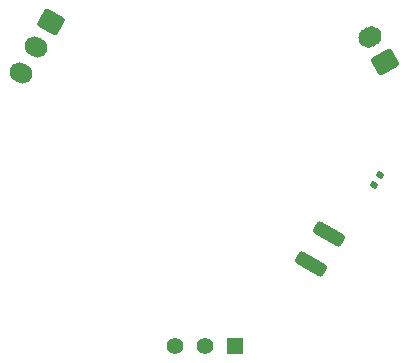
<source format=gbr>
%TF.GenerationSoftware,KiCad,Pcbnew,(6.0.8-1)-1*%
%TF.CreationDate,2022-11-15T12:33:48-05:00*%
%TF.ProjectId,Untitled,556e7469-746c-4656-942e-6b696361645f,rev?*%
%TF.SameCoordinates,Original*%
%TF.FileFunction,Soldermask,Bot*%
%TF.FilePolarity,Negative*%
%FSLAX46Y46*%
G04 Gerber Fmt 4.6, Leading zero omitted, Abs format (unit mm)*
G04 Created by KiCad (PCBNEW (6.0.8-1)-1) date 2022-11-15 12:33:48*
%MOMM*%
%LPD*%
G01*
G04 APERTURE LIST*
G04 Aperture macros list*
%AMRoundRect*
0 Rectangle with rounded corners*
0 $1 Rounding radius*
0 $2 $3 $4 $5 $6 $7 $8 $9 X,Y pos of 4 corners*
0 Add a 4 corners polygon primitive as box body*
4,1,4,$2,$3,$4,$5,$6,$7,$8,$9,$2,$3,0*
0 Add four circle primitives for the rounded corners*
1,1,$1+$1,$2,$3*
1,1,$1+$1,$4,$5*
1,1,$1+$1,$6,$7*
1,1,$1+$1,$8,$9*
0 Add four rect primitives between the rounded corners*
20,1,$1+$1,$2,$3,$4,$5,0*
20,1,$1+$1,$4,$5,$6,$7,0*
20,1,$1+$1,$6,$7,$8,$9,0*
20,1,$1+$1,$8,$9,$2,$3,0*%
%AMHorizOval*
0 Thick line with rounded ends*
0 $1 width*
0 $2 $3 position (X,Y) of the first rounded end (center of the circle)*
0 $4 $5 position (X,Y) of the second rounded end (center of the circle)*
0 Add line between two ends*
20,1,$1,$2,$3,$4,$5,0*
0 Add two circle primitives to create the rounded ends*
1,1,$1,$2,$3*
1,1,$1,$4,$5*%
G04 Aperture macros list end*
%ADD10RoundRect,0.250000X-0.327868X0.882115X-0.927868X-0.157115X0.327868X-0.882115X0.927868X0.157115X0*%
%ADD11HorizOval,1.700000X-0.108253X0.062500X0.108253X-0.062500X0*%
%ADD12HorizOval,1.700000X0.129904X0.075000X-0.129904X-0.075000X0*%
%ADD13RoundRect,0.250000X0.949519X-0.144615X0.349519X0.894615X-0.949519X0.144615X-0.349519X-0.894615X0*%
%ADD14RoundRect,0.135000X-0.092715X0.209413X-0.227715X-0.024413X0.092715X-0.209413X0.227715X0.024413X0*%
%ADD15RoundRect,0.250000X-0.790128X0.831458X-1.115128X0.268542X0.790128X-0.831458X1.115128X-0.268542X0*%
%ADD16R,1.397000X1.397000*%
%ADD17C,1.397000*%
G04 APERTURE END LIST*
D10*
%TO.C,REF\u002A\u002A*%
X90600000Y-47800000D03*
D11*
X89350000Y-49965064D03*
X88100000Y-52130127D03*
%TD*%
D12*
%TO.C,REF\u002A\u002A*%
X117629664Y-49054968D03*
D13*
X118879664Y-51220032D03*
%TD*%
D14*
%TO.C,REF\u002A\u002A*%
X118455000Y-60758327D03*
X117945000Y-61641673D03*
%TD*%
D15*
%TO.C,REF\u002A\u002A*%
X114137500Y-65722613D03*
X112662500Y-68277387D03*
%TD*%
D16*
%TO.C,REF\u002A\u002A*%
X106187500Y-75250100D03*
D17*
X103647500Y-75250100D03*
X101107500Y-75250100D03*
%TD*%
M02*

</source>
